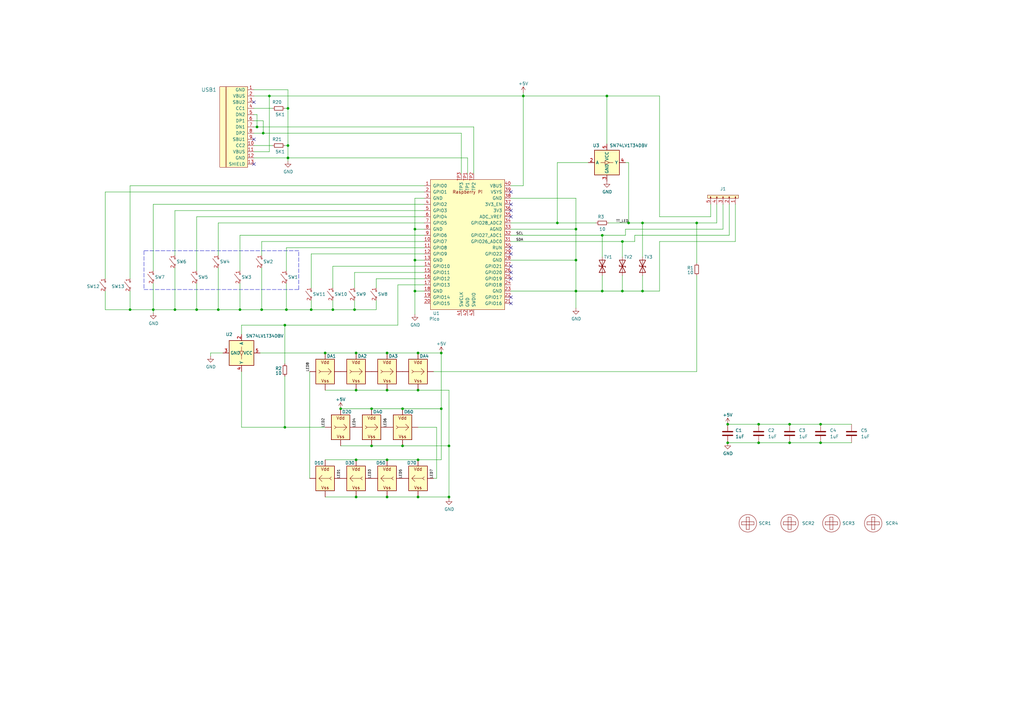
<source format=kicad_sch>
(kicad_sch (version 20211123) (generator eeschema)
  (paper "A3")
  (lib_symbols
    (symbol "Device:C" (pin_numbers hide) (pin_names (offset 0.254))
      (property "Reference" "C" (at 0.635 2.54 0))
      (property "Value" "C" (at 0.635 -2.54 0))
      (symbol "C_0_1"
        (polyline (pts (xy -2.032 -0.762) (xy 2.032 -0.762)) (stroke (width 0.508)))
        (polyline (pts (xy -2.032 0.762) (xy 2.032 0.762)) (stroke (width 0.508)))
      )
      (symbol "C_1_1"
        (pin passive line (at 0 3.81 270) (length 2.794) (name "~") (number "1"))
        (pin passive line (at 0 -3.81 90) (length 2.794) (name "~") (number "2"))
      )
    )
    (symbol "Device:D_TVS" (pin_numbers hide) (pin_names (offset 1.016) hide)
      (property "Reference" "D" (at 0 2.54 0))
      (property "Value" "D_TVS" (at 0 -2.54 0))
      (symbol "D_TVS_0_1"
        (polyline (pts (xy 1.27 0) (xy -1.27 0)))
        (polyline (pts (xy 0.508 1.27) (xy 0 1.27) (xy 0 -1.27) (xy -0.508 -1.27)) (stroke (width 0.254)))
        (polyline (pts (xy -2.54 1.27) (xy -2.54 -1.27) (xy 2.54 1.27) (xy 2.54 -1.27) (xy -2.54 1.27)) (stroke (width 0.254)))
      )
      (symbol "D_TVS_1_1"
        (pin passive line (at -3.81 0 0) (length 2.54) (name "A1") (number "1"))
        (pin passive line (at 3.81 0 180) (length 2.54) (name "A2") (number "2"))
      )
    )
    (symbol "Device:R_Small" (pin_numbers hide) (pin_names (offset 0.254) hide)
      (property "Reference" "R" (at 0.762 0.508 0))
      (property "Value" "R_Small" (at 0.762 -1.016 0))
      (symbol "R_Small_0_1"
        (rectangle (start -0.762 1.778) (end 0.762 -1.778) (stroke (width 0.2032)))
      )
      (symbol "R_Small_1_1"
        (pin passive line (at 0 2.54 270) (length 0.762) (name "~") (number "1"))
        (pin passive line (at 0 -2.54 90) (length 0.762) (name "~") (number "2"))
      )
    )
    (symbol "Logic_LevelTranslator:SN74LV1T34DBV"
      (property "Reference" "U" (at 5.08 6.35 0))
      (property "Value" "SN74LV1T34DBV" (at 5.08 3.81 0))
      (symbol "SN74LV1T34DBV_0_1"
        (rectangle (start -5.08 5.08) (end 5.08 -5.08) (stroke (width 0.254)) (fill (type background)))
        (polyline (pts (xy -0.762 0) (xy -2.54 0)))
        (polyline (pts (xy 1.016 0) (xy 2.54 0)))
      )
      (symbol "SN74LV1T34DBV_1_1"
        (polyline (pts (xy -0.762 -0.762) (xy -0.762 0.762) (xy 1.016 0) (xy -0.762 -0.762)))
        (pin no_connect line (at -5.08 2.54 0) (length 2.54) hide (name "NC") (number "1"))
        (pin input line (at -7.62 0 0) (length 2.54) (name "A") (number "2"))
        (pin power_in line (at 0 -7.62 90) (length 2.54) (name "GND") (number "3"))
        (pin output line (at 7.62 0 180) (length 2.54) (name "Y") (number "4"))
        (pin power_in line (at 0 7.62 270) (length 2.54) (name "VCC") (number "5"))
      )
    )
    (symbol "MCU_RaspberryPi_and_Boards:Pico" (pin_names (offset 1.016))
      (property "Reference" "U" (at -13.97 27.94 0))
      (property "Value" "Pico" (at 0 19.05 0))
      (symbol "Pico_0_0"
        (text "Raspberry Pi" (at 0 21.59 0) (effects (font (size 1.27 1.27))))
      )
      (symbol "Pico_0_1"
        (rectangle (start -15.24 26.67) (end 15.24 -26.67) (fill (type background)))
      )
      (symbol "Pico_1_1"
        (pin bidirectional line (at -17.78 24.13 0) (length 2.54) (name "GPIO0") (number "1"))
        (pin bidirectional line (at -17.78 1.27 0) (length 2.54) (name "GPIO7") (number "10"))
        (pin bidirectional line (at -17.78 -1.27 0) (length 2.54) (name "GPIO8") (number "11"))
        (pin bidirectional line (at -17.78 -3.81 0) (length 2.54) (name "GPIO9") (number "12"))
        (pin power_in line (at -17.78 -6.35 0) (length 2.54) (name "GND") (number "13"))
        (pin bidirectional line (at -17.78 -8.89 0) (length 2.54) (name "GPIO10") (number "14"))
        (pin bidirectional line (at -17.78 -11.43 0) (length 2.54) (name "GPIO11") (number "15"))
        (pin bidirectional line (at -17.78 -13.97 0) (length 2.54) (name "GPIO12") (number "16"))
        (pin bidirectional line (at -17.78 -16.51 0) (length 2.54) (name "GPIO13") (number "17"))
        (pin power_in line (at -17.78 -19.05 0) (length 2.54) (name "GND") (number "18"))
        (pin bidirectional line (at -17.78 -21.59 0) (length 2.54) (name "GPIO14") (number "19"))
        (pin bidirectional line (at -17.78 21.59 0) (length 2.54) (name "GPIO1") (number "2"))
        (pin bidirectional line (at -17.78 -24.13 0) (length 2.54) (name "GPIO15") (number "20"))
        (pin bidirectional line (at 17.78 -24.13 180) (length 2.54) (name "GPIO16") (number "21"))
        (pin bidirectional line (at 17.78 -21.59 180) (length 2.54) (name "GPIO17") (number "22"))
        (pin power_in line (at 17.78 -19.05 180) (length 2.54) (name "GND") (number "23"))
        (pin bidirectional line (at 17.78 -16.51 180) (length 2.54) (name "GPIO18") (number "24"))
        (pin bidirectional line (at 17.78 -13.97 180) (length 2.54) (name "GPIO19") (number "25"))
        (pin bidirectional line (at 17.78 -11.43 180) (length 2.54) (name "GPIO20") (number "26"))
        (pin bidirectional line (at 17.78 -8.89 180) (length 2.54) (name "GPIO21") (number "27"))
        (pin power_in line (at 17.78 -6.35 180) (length 2.54) (name "GND") (number "28"))
        (pin bidirectional line (at 17.78 -3.81 180) (length 2.54) (name "GPIO22") (number "29"))
        (pin power_in line (at -17.78 19.05 0) (length 2.54) (name "GND") (number "3"))
        (pin input line (at 17.78 -1.27 180) (length 2.54) (name "RUN") (number "30"))
        (pin bidirectional line (at 17.78 1.27 180) (length 2.54) (name "GPIO26_ADC0") (number "31"))
        (pin bidirectional line (at 17.78 3.81 180) (length 2.54) (name "GPIO27_ADC1") (number "32"))
        (pin power_in line (at 17.78 6.35 180) (length 2.54) (name "AGND") (number "33"))
        (pin bidirectional line (at 17.78 8.89 180) (length 2.54) (name "GPIO28_ADC2") (number "34"))
        (pin unspecified line (at 17.78 11.43 180) (length 2.54) (name "ADC_VREF") (number "35"))
        (pin unspecified line (at 17.78 13.97 180) (length 2.54) (name "3V3") (number "36"))
        (pin input line (at 17.78 16.51 180) (length 2.54) (name "3V3_EN") (number "37"))
        (pin bidirectional line (at 17.78 19.05 180) (length 2.54) (name "GND") (number "38"))
        (pin unspecified line (at 17.78 21.59 180) (length 2.54) (name "VSYS") (number "39"))
        (pin bidirectional line (at -17.78 16.51 0) (length 2.54) (name "GPIO2") (number "4"))
        (pin unspecified line (at 17.78 24.13 180) (length 2.54) (name "VBUS") (number "40"))
        (pin input line (at -2.54 -29.21 90) (length 2.54) (name "SWCLK") (number "41"))
        (pin power_in line (at 0 -29.21 90) (length 2.54) (name "GND") (number "42"))
        (pin bidirectional line (at 2.54 -29.21 90) (length 2.54) (name "SWDIO") (number "43"))
        (pin bidirectional line (at -17.78 13.97 0) (length 2.54) (name "GPIO3") (number "5"))
        (pin bidirectional line (at -17.78 11.43 0) (length 2.54) (name "GPIO4") (number "6"))
        (pin bidirectional line (at -17.78 8.89 0) (length 2.54) (name "GPIO5") (number "7"))
        (pin power_in line (at -17.78 6.35 0) (length 2.54) (name "GND") (number "8"))
        (pin bidirectional line (at -17.78 3.81 0) (length 2.54) (name "GPIO6") (number "9"))
        (pin unspecified line (at 0 29.21 270) (length 2.54) (name "TP1") (number "TP1"))
        (pin bidirectional line (at 2.54 29.21 270) (length 2.54) (name "TP2") (number "TP2"))
        (pin bidirectional line (at -2.54 29.21 270) (length 2.54) (name "TP3") (number "TP3"))
      )
    )
    (symbol "Type-C:HRO-TYPE-C-31-M-12" (pin_names (offset 1.016))
      (property "Reference" "USB" (at -5.08 16.51 0))
      (property "Value" "HRO-TYPE-C-31-M-12" (at -10.16 -1.27 90))
      (symbol "HRO-TYPE-C-31-M-12_0_1"
        (rectangle (start -11.43 15.24) (end -8.89 -17.78) (fill (type background)))
        (rectangle (start 0 -17.78) (end -8.89 15.24) (fill (type background)))
      )
      (symbol "HRO-TYPE-C-31-M-12_1_1"
        (pin input line (at 2.54 13.97 180) (length 2.54) (name "GND") (number "1"))
        (pin input line (at 2.54 -8.89 180) (length 2.54) (name "CC2") (number "10"))
        (pin input line (at 2.54 -11.43 180) (length 2.54) (name "VBUS") (number "11"))
        (pin input line (at 2.54 -13.97 180) (length 2.54) (name "GND") (number "12"))
        (pin input line (at 2.54 -16.51 180) (length 2.54) (name "SHIELD") (number "13"))
        (pin input line (at 2.54 11.43 180) (length 2.54) (name "VBUS") (number "2"))
        (pin input line (at 2.54 8.89 180) (length 2.54) (name "SBU2") (number "3"))
        (pin input line (at 2.54 6.35 180) (length 2.54) (name "CC1") (number "4"))
        (pin input line (at 2.54 3.81 180) (length 2.54) (name "DN2") (number "5"))
        (pin input line (at 2.54 1.27 180) (length 2.54) (name "DP1") (number "6"))
        (pin input line (at 2.54 -1.27 180) (length 2.54) (name "DN1") (number "7"))
        (pin input line (at 2.54 -3.81 180) (length 2.54) (name "DP2") (number "8"))
        (pin input line (at 2.54 -6.35 180) (length 2.54) (name "SBU1") (number "9"))
      )
    )
    (symbol "WS2812B_Unified_10" (pin_numbers hide) (pin_names (offset 0.254) hide)
      (property "Reference" "D" (at 3.81 6.35 0))
      (property "Value" "WS2812B_Unified_10" (at 1.27 -5.715 0))
      (symbol "WS2812B_Unified_10_0_0"
        (polyline (pts (xy -1.905 0) (xy 2.54 0) (xy 1.27 1.27)))
        (text "Vdd" (at 0 3.81 0) (effects (font (size 1.27 1.27))))
        (text "Vss" (at 0 -3.81 0) (effects (font (size 1.27 1.27))))
      )
      (symbol "WS2812B_Unified_10_0_1"
        (rectangle (start -3.81 5.08) (end 3.81 -5.08) (stroke (width 0.254)) (fill (type background)))
        (polyline (pts (xy 1.27 -1.27) (xy 2.54 0)))
        (polyline (pts (xy -2.54 0.635) (xy -1.905 0) (xy -2.54 -0.635)))
      )
      (symbol "WS2812B_Unified_10_1_1"
        (pin power_in line (at 0 -7.62 90) (length 2.54) (name "VSS") (number "G"))
        (pin input line (at -6.35 0 0) (length 2.54) (name "In") (number "I"))
        (pin output line (at 6.35 0 180) (length 2.54) (name "Out") (number "O"))
        (pin power_in line (at 0 7.62 270) (length 2.54) (name "VDD") (number "V"))
      )
    )
    (symbol "WS2812B_Unified_2" (pin_numbers hide) (pin_names (offset 0.254) hide)
      (property "Reference" "D" (at 3.81 6.35 0))
      (property "Value" "WS2812B_Unified_2" (at 1.27 -5.715 0))
      (symbol "WS2812B_Unified_2_0_0"
        (polyline (pts (xy -1.905 0) (xy 2.54 0) (xy 1.27 1.27)))
        (text "Vdd" (at 0 3.81 0) (effects (font (size 1.27 1.27))))
        (text "Vss" (at 0 -3.81 0) (effects (font (size 1.27 1.27))))
      )
      (symbol "WS2812B_Unified_2_0_1"
        (rectangle (start -3.81 5.08) (end 3.81 -5.08) (stroke (width 0.254)) (fill (type background)))
        (polyline (pts (xy 1.27 -1.27) (xy 2.54 0)))
        (polyline (pts (xy -2.54 0.635) (xy -1.905 0) (xy -2.54 -0.635)))
      )
      (symbol "WS2812B_Unified_2_1_1"
        (pin power_in line (at 0 -7.62 90) (length 2.54) (name "VSS") (number "G"))
        (pin input line (at -6.35 0 0) (length 2.54) (name "In") (number "I"))
        (pin output line (at 6.35 0 180) (length 2.54) (name "Out") (number "O"))
        (pin power_in line (at 0 7.62 270) (length 2.54) (name "VDD") (number "V"))
      )
    )
    (symbol "WS2812B_Unified_3" (pin_numbers hide) (pin_names (offset 0.254) hide)
      (property "Reference" "D" (at 3.81 6.35 0))
      (property "Value" "WS2812B_Unified_3" (at 1.27 -5.715 0))
      (symbol "WS2812B_Unified_3_0_0"
        (polyline (pts (xy -1.905 0) (xy 2.54 0) (xy 1.27 1.27)))
        (text "Vdd" (at 0 3.81 0) (effects (font (size 1.27 1.27))))
        (text "Vss" (at 0 -3.81 0) (effects (font (size 1.27 1.27))))
      )
      (symbol "WS2812B_Unified_3_0_1"
        (rectangle (start -3.81 5.08) (end 3.81 -5.08) (stroke (width 0.254)) (fill (type background)))
        (polyline (pts (xy 1.27 -1.27) (xy 2.54 0)))
        (polyline (pts (xy -2.54 0.635) (xy -1.905 0) (xy -2.54 -0.635)))
      )
      (symbol "WS2812B_Unified_3_1_1"
        (pin power_in line (at 0 -7.62 90) (length 2.54) (name "VSS") (number "G"))
        (pin input line (at -6.35 0 0) (length 2.54) (name "In") (number "I"))
        (pin output line (at 6.35 0 180) (length 2.54) (name "Out") (number "O"))
        (pin power_in line (at 0 7.62 270) (length 2.54) (name "VDD") (number "V"))
      )
    )
    (symbol "WS2812B_Unified_4" (pin_numbers hide) (pin_names (offset 0.254) hide)
      (property "Reference" "D" (at 3.81 6.35 0))
      (property "Value" "WS2812B_Unified_4" (at 1.27 -5.715 0))
      (symbol "WS2812B_Unified_4_0_0"
        (polyline (pts (xy -1.905 0) (xy 2.54 0) (xy 1.27 1.27)))
        (text "Vdd" (at 0 3.81 0) (effects (font (size 1.27 1.27))))
        (text "Vss" (at 0 -3.81 0) (effects (font (size 1.27 1.27))))
      )
      (symbol "WS2812B_Unified_4_0_1"
        (rectangle (start -3.81 5.08) (end 3.81 -5.08) (stroke (width 0.254)) (fill (type background)))
        (polyline (pts (xy 1.27 -1.27) (xy 2.54 0)))
        (polyline (pts (xy -2.54 0.635) (xy -1.905 0) (xy -2.54 -0.635)))
      )
      (symbol "WS2812B_Unified_4_1_1"
        (pin power_in line (at 0 -7.62 90) (length 2.54) (name "VSS") (number "G"))
        (pin input line (at -6.35 0 0) (length 2.54) (name "In") (number "I"))
        (pin output line (at 6.35 0 180) (length 2.54) (name "Out") (number "O"))
        (pin power_in line (at 0 7.62 270) (length 2.54) (name "VDD") (number "V"))
      )
    )
    (symbol "WS2812B_Unified_5" (pin_numbers hide) (pin_names (offset 0.254) hide)
      (property "Reference" "D" (at 3.81 6.35 0))
      (property "Value" "WS2812B_Unified_5" (at 1.27 -5.715 0))
      (symbol "WS2812B_Unified_5_0_0"
        (polyline (pts (xy -1.905 0) (xy 2.54 0) (xy 1.27 1.27)))
        (text "Vdd" (at 0 3.81 0) (effects (font (size 1.27 1.27))))
        (text "Vss" (at 0 -3.81 0) (effects (font (size 1.27 1.27))))
      )
      (symbol "WS2812B_Unified_5_0_1"
        (rectangle (start -3.81 5.08) (end 3.81 -5.08) (stroke (width 0.254)) (fill (type background)))
        (polyline (pts (xy 1.27 -1.27) (xy 2.54 0)))
        (polyline (pts (xy -2.54 0.635) (xy -1.905 0) (xy -2.54 -0.635)))
      )
      (symbol "WS2812B_Unified_5_1_1"
        (pin power_in line (at 0 -7.62 90) (length 2.54) (name "VSS") (number "G"))
        (pin input line (at -6.35 0 0) (length 2.54) (name "In") (number "I"))
        (pin output line (at 6.35 0 180) (length 2.54) (name "Out") (number "O"))
        (pin power_in line (at 0 7.62 270) (length 2.54) (name "VDD") (number "V"))
      )
    )
    (symbol "WS2812B_Unified_6" (pin_numbers hide) (pin_names (offset 0.254) hide)
      (property "Reference" "D" (at 3.81 6.35 0))
      (property "Value" "WS2812B_Unified_6" (at 1.27 -5.715 0))
      (symbol "WS2812B_Unified_6_0_0"
        (polyline (pts (xy -1.905 0) (xy 2.54 0) (xy 1.27 1.27)))
        (text "Vdd" (at 0 3.81 0) (effects (font (size 1.27 1.27))))
        (text "Vss" (at 0 -3.81 0) (effects (font (size 1.27 1.27))))
      )
      (symbol "WS2812B_Unified_6_0_1"
        (rectangle (start -3.81 5.08) (end 3.81 -5.08) (stroke (width 0.254)) (fill (type background)))
        (polyline (pts (xy 1.27 -1.27) (xy 2.54 0)))
        (polyline (pts (xy -2.54 0.635) (xy -1.905 0) (xy -2.54 -0.635)))
      )
      (symbol "WS2812B_Unified_6_1_1"
        (pin power_in line (at 0 -7.62 90) (length 2.54) (name "VSS") (number "G"))
        (pin input line (at -6.35 0 0) (length 2.54) (name "In") (number "I"))
        (pin output line (at 6.35 0 180) (length 2.54) (name "Out") (number "O"))
        (pin power_in line (at 0 7.62 270) (length 2.54) (name "VDD") (number "V"))
      )
    )
    (symbol "WS2812B_Unified_7" (pin_numbers hide) (pin_names (offset 0.254) hide)
      (property "Reference" "D" (at 3.81 6.35 0))
      (property "Value" "WS2812B_Unified_7" (at 1.27 -5.715 0))
      (symbol "WS2812B_Unified_7_0_0"
        (polyline (pts (xy -1.905 0) (xy 2.54 0) (xy 1.27 1.27)))
        (text "Vdd" (at 0 3.81 0) (effects (font (size 1.27 1.27))))
        (text "Vss" (at 0 -3.81 0) (effects (font (size 1.27 1.27))))
      )
      (symbol "WS2812B_Unified_7_0_1"
        (rectangle (start -3.81 5.08) (end 3.81 -5.08) (stroke (width 0.254)) (fill (type background)))
        (polyline (pts (xy 1.27 -1.27) (xy 2.54 0)))
        (polyline (pts (xy -2.54 0.635) (xy -1.905 0) (xy -2.54 -0.635)))
      )
      (symbol "WS2812B_Unified_7_1_1"
        (pin power_in line (at 0 -7.62 90) (length 2.54) (name "VSS") (number "G"))
        (pin input line (at -6.35 0 0) (length 2.54) (name "In") (number "I"))
        (pin output line (at 6.35 0 180) (length 2.54) (name "Out") (number "O"))
        (pin power_in line (at 0 7.62 270) (length 2.54) (name "VDD") (number "V"))
      )
    )
    (symbol "WS2812B_Unified_8" (pin_numbers hide) (pin_names (offset 0.254) hide)
      (property "Reference" "D" (at 3.81 6.35 0))
      (property "Value" "WS2812B_Unified_8" (at 1.27 -5.715 0))
      (symbol "WS2812B_Unified_8_0_0"
        (polyline (pts (xy -1.905 0) (xy 2.54 0) (xy 1.27 1.27)))
        (text "Vdd" (at 0 3.81 0) (effects (font (size 1.27 1.27))))
        (text "Vss" (at 0 -3.81 0) (effects (font (size 1.27 1.27))))
      )
      (symbol "WS2812B_Unified_8_0_1"
        (rectangle (start -3.81 5.08) (end 3.81 -5.08) (stroke (width 0.254)) (fill (type background)))
        (polyline (pts (xy 1.27 -1.27) (xy 2.54 0)))
        (polyline (pts (xy -2.54 0.635) (xy -1.905 0) (xy -2.54 -0.635)))
      )
      (symbol "WS2812B_Unified_8_1_1"
        (pin power_in line (at 0 -7.62 90) (length 2.54) (name "VSS") (number "G"))
        (pin input line (at -6.35 0 0) (length 2.54) (name "In") (number "I"))
        (pin output line (at 6.35 0 180) (length 2.54) (name "Out") (number "O"))
        (pin power_in line (at 0 7.62 270) (length 2.54) (name "VDD") (number "V"))
      )
    )
    (symbol "WS2812B_Unified_9" (pin_numbers hide) (pin_names (offset 0.254) hide)
      (property "Reference" "D" (at 3.81 6.35 0))
      (property "Value" "WS2812B_Unified_9" (at 1.27 -5.715 0))
      (symbol "WS2812B_Unified_9_0_0"
        (polyline (pts (xy -1.905 0) (xy 2.54 0) (xy 1.27 1.27)))
        (text "Vdd" (at 0 3.81 0) (effects (font (size 1.27 1.27))))
        (text "Vss" (at 0 -3.81 0) (effects (font (size 1.27 1.27))))
      )
      (symbol "WS2812B_Unified_9_0_1"
        (rectangle (start -3.81 5.08) (end 3.81 -5.08) (stroke (width 0.254)) (fill (type background)))
        (polyline (pts (xy 1.27 -1.27) (xy 2.54 0)))
        (polyline (pts (xy -2.54 0.635) (xy -1.905 0) (xy -2.54 -0.635)))
      )
      (symbol "WS2812B_Unified_9_1_1"
        (pin power_in line (at 0 -7.62 90) (length 2.54) (name "VSS") (number "G"))
        (pin input line (at -6.35 0 0) (length 2.54) (name "In") (number "I"))
        (pin output line (at 6.35 0 180) (length 2.54) (name "Out") (number "O"))
        (pin power_in line (at 0 7.62 270) (length 2.54) (name "VDD") (number "V"))
      )
    )
    (symbol "agg:CONN_01x05" (pin_names (offset 0.0254) hide)
      (property "Reference" "J" (at -1.27 2.54 0))
      (property "Value" "CONN_01x05" (at -1.27 -12.7 0))
      (symbol "CONN_01x05_0_1"
        (rectangle (start 0 -10.033) (end -0.635 -10.287) (fill (type outline)))
        (rectangle (start 0 -7.493) (end -0.635 -7.747) (fill (type outline)))
        (rectangle (start 0 -4.953) (end -0.635 -5.207) (fill (type outline)))
        (rectangle (start 0 -2.413) (end -0.635 -2.667) (fill (type outline)))
        (rectangle (start 0 0.127) (end -0.635 -0.127) (fill (type outline)))
        (rectangle (start 0 1.27) (end -1.27 -11.43) (fill (type background)))
      )
      (symbol "CONN_01x05_1_1"
        (pin passive line (at 2.54 0 180) (length 2.54) (name "1") (number "1"))
        (pin passive line (at 2.54 -2.54 180) (length 2.54) (name "2") (number "2"))
        (pin passive line (at 2.54 -5.08 180) (length 2.54) (name "3") (number "3"))
        (pin passive line (at 2.54 -7.62 180) (length 2.54) (name "4") (number "4"))
        (pin passive line (at 2.54 -10.16 180) (length 2.54) (name "5") (number "5"))
      )
    )
    (symbol "agg:SWITCH_SPST" (pin_names (offset 0.0254) hide)
      (property "Reference" "SW" (at 0 3.81 0))
      (property "Value" "SWITCH_SPST" (at 0 -2.54 0))
      (symbol "SWITCH_SPST_1_1"
        (circle (center -1.27 0) (radius 0.254))
        (polyline (pts (xy -1.27 0.254) (xy 1.27 2.286)))
        (circle (center 1.27 0) (radius 0.254))
        (pin passive line (at 2.54 0 180) (length 1.016) (name "\"~{\"}") (number "1"))
        (pin passive line (at -2.54 0 0) (length 1.016) (name "\"~{\"}") (number "2"))
      )
    )
    (symbol "iidx_pico:ScrewHole" (pin_names (offset 0) hide)
      (property "Reference" "SCR?" (at 0.635 -5.715 0))
      (symbol "ScrewHole_0_1"
        (rectangle (start -2.54 0.635) (end 2.54 -0.635))
        (rectangle (start -0.635 2.54) (end 0.635 -2.54))
        (circle (center 0 0) (radius 3.5921))
      )
    )
    (symbol "iidx_pico:WS2812B_Unified" (pin_numbers hide) (pin_names (offset 0.254) hide)
      (property "Reference" "D" (at 3.81 6.35 0))
      (property "Value" "WS2812B_Unified" (at 1.27 -5.715 0))
      (symbol "WS2812B_Unified_0_0"
        (polyline (pts (xy -1.905 0) (xy 2.54 0) (xy 1.27 1.27)))
        (text "Vdd" (at 0 3.81 0) (effects (font (size 1.27 1.27))))
        (text "Vss" (at 0 -3.81 0) (effects (font (size 1.27 1.27))))
      )
      (symbol "WS2812B_Unified_0_1"
        (rectangle (start -3.81 5.08) (end 3.81 -5.08) (stroke (width 0.254)) (fill (type background)))
        (polyline (pts (xy 1.27 -1.27) (xy 2.54 0)))
        (polyline (pts (xy -2.54 0.635) (xy -1.905 0) (xy -2.54 -0.635)))
      )
      (symbol "WS2812B_Unified_1_1"
        (pin power_in line (at 0 -7.62 90) (length 2.54) (name "VSS") (number "G"))
        (pin input line (at -6.35 0 0) (length 2.54) (name "In") (number "I"))
        (pin output line (at 6.35 0 180) (length 2.54) (name "Out") (number "O"))
        (pin power_in line (at 0 7.62 270) (length 2.54) (name "VDD") (number "V"))
      )
    )
    (symbol "power:+5V" (power) (pin_names (offset 0))
      (property "Value" "+5V" (at 0 3.556 0))
      (symbol "+5V_0_1"
        (polyline (pts (xy -0.762 1.27) (xy 0 2.54)))
        (polyline (pts (xy 0 0) (xy 0 2.54)))
        (polyline (pts (xy 0 2.54) (xy 0.762 1.27)))
      )
      (symbol "+5V_1_1"
        (pin power_in line (at 0 0 90) (length 0) hide (name "+5V") (number "1"))
      )
    )
    (symbol "power:GND" (power) (pin_names (offset 0))
      (property "Value" "GND" (at 0 -3.81 0))
      (symbol "GND_0_1"
        (polyline (pts (xy 0 0) (xy 0 -1.27) (xy 1.27 -1.27) (xy 0 -2.54) (xy -1.27 -1.27) (xy 0 -1.27)))
      )
      (symbol "GND_1_1"
        (pin power_in line (at 0 0 270) (length 0) hide (name "GND") (number "1"))
      )
    )
  )
  (junction (at 127.635 127))
  (junction (at 107.95 54.61))
  (junction (at 214.63 39.37))
  (junction (at 247.015 119.38))
  (junction (at 98.425 127))
  (junction (at 184.15 203.835))
  (junction (at 146.05 160.02))
  (junction (at 146.05 203.835))
  (junction (at 171.45 203.835))
  (junction (at 247.015 96.52))
  (junction (at 158.75 188.595))
  (junction (at 323.85 173.99))
  (junction (at 71.755 127))
  (junction (at 298.45 181.61))
  (junction (at 158.75 144.78))
  (junction (at 180.975 144.78))
  (junction (at 107.315 127))
  (junction (at 139.7 167.64))
  (junction (at 323.85 181.61))
  (junction (at 171.45 188.595))
  (junction (at 158.75 160.02))
  (junction (at 152.4 167.64))
  (junction (at 62.865 127))
  (junction (at 116.84 175.26))
  (junction (at 170.18 119.38))
  (junction (at 110.49 39.37))
  (junction (at 117.475 127))
  (junction (at 248.92 39.37))
  (junction (at 118.11 64.77))
  (junction (at 255.27 119.38))
  (junction (at 53.34 127))
  (junction (at 255.27 99.06))
  (junction (at 145.415 127))
  (junction (at 298.45 173.99))
  (junction (at 311.15 173.99))
  (junction (at 116.84 133.35))
  (junction (at 285.75 91.44))
  (junction (at 89.535 127))
  (junction (at 257.81 91.44))
  (junction (at 80.645 127))
  (junction (at 165.1 182.88))
  (junction (at 152.4 182.88))
  (junction (at 336.55 173.99))
  (junction (at 263.525 119.38))
  (junction (at 118.11 59.69))
  (junction (at 170.18 106.68))
  (junction (at 118.11 44.45))
  (junction (at 136.525 127))
  (junction (at 165.1 167.64))
  (junction (at 158.75 203.835))
  (junction (at 146.05 188.595))
  (junction (at 180.975 167.64))
  (junction (at 311.15 181.61))
  (junction (at 170.18 93.98))
  (junction (at 133.35 144.78))
  (junction (at 336.55 181.61))
  (junction (at 146.05 144.78))
  (junction (at 228.6 91.44))
  (junction (at 171.45 144.78))
  (junction (at 263.525 91.44))
  (junction (at 236.22 106.68))
  (junction (at 236.22 93.98))
  (junction (at 184.15 182.88))
  (junction (at 105.41 52.07))
  (junction (at 171.45 160.02))
  (junction (at 236.22 119.38))
  (no_connect (at 104.14 67.31))
  (no_connect (at 104.14 41.91))
  (no_connect (at 104.14 57.15))
  (no_connect (at 209.55 101.6))
  (no_connect (at 209.55 104.14))
  (no_connect (at 209.55 109.22))
  (no_connect (at 209.55 111.76))
  (no_connect (at 209.55 114.3))
  (no_connect (at 209.55 78.74))
  (no_connect (at 209.55 83.82))
  (no_connect (at 209.55 86.36))
  (no_connect (at 209.55 88.9))
  (no_connect (at 209.55 121.92))
  (no_connect (at 209.55 124.46))
  (polyline (pts (xy 59.055 102.87) (xy 59.055 118.745)))
  (wire (pts (xy 257.81 91.44) (xy 263.525 91.44)))
  (wire (pts (xy 336.55 173.99) (xy 349.25 173.99)))
  (wire (pts (xy 118.11 36.83) (xy 118.11 44.45)))
  (wire (pts (xy 98.425 127) (xy 89.535 127)))
  (wire (pts (xy 170.18 81.28) (xy 170.18 93.98)))
  (wire (pts (xy 99.06 133.35) (xy 99.06 137.16)))
  (wire (pts (xy 336.55 181.61) (xy 349.25 181.61)))
  (wire (pts (xy 146.05 144.78) (xy 158.75 144.78)))
  (wire (pts (xy 133.35 160.02) (xy 146.05 160.02)))
  (wire (pts (xy 263.525 91.44) (xy 285.75 91.44)))
  (wire (pts (xy 209.55 119.38) (xy 236.22 119.38)))
  (wire (pts (xy 173.99 91.44) (xy 89.535 91.44)))
  (wire (pts (xy 116.84 133.35) (xy 163.195 133.35)))
  (wire (pts (xy 98.425 116.205) (xy 98.425 127)))
  (wire (pts (xy 107.315 109.855) (xy 107.315 127)))
  (wire (pts (xy 180.975 144.78) (xy 180.975 167.64)))
  (wire (pts (xy 53.34 119.38) (xy 53.34 127)))
  (wire (pts (xy 104.14 52.07) (xy 105.41 52.07)))
  (wire (pts (xy 247.015 96.52) (xy 256.54 96.52)))
  (wire (pts (xy 110.49 62.23) (xy 110.49 39.37)))
  (wire (pts (xy 260.35 96.52) (xy 260.35 99.06)))
  (wire (pts (xy 236.22 81.28) (xy 236.22 93.98)))
  (wire (pts (xy 179.07 175.26) (xy 179.07 196.215)))
  (polyline (pts (xy 122.555 102.87) (xy 59.055 102.87)))
  (wire (pts (xy 180.975 167.64) (xy 180.975 188.595)))
  (wire (pts (xy 117.475 116.205) (xy 117.475 127)))
  (wire (pts (xy 257.81 66.675) (xy 257.81 91.44)))
  (wire (pts (xy 173.99 96.52) (xy 98.425 96.52)))
  (wire (pts (xy 98.425 96.52) (xy 98.425 111.125)))
  (wire (pts (xy 255.27 99.06) (xy 260.35 99.06)))
  (wire (pts (xy 255.27 113.03) (xy 255.27 119.38)))
  (wire (pts (xy 146.05 160.02) (xy 158.75 160.02)))
  (wire (pts (xy 189.23 54.61) (xy 107.95 54.61)))
  (wire (pts (xy 171.45 203.835) (xy 184.15 203.835)))
  (wire (pts (xy 173.99 99.06) (xy 107.315 99.06)))
  (wire (pts (xy 291.465 88.9) (xy 270.51 88.9)))
  (wire (pts (xy 263.525 113.03) (xy 263.525 119.38)))
  (wire (pts (xy 255.27 99.06) (xy 255.27 105.41)))
  (wire (pts (xy 228.6 66.675) (xy 241.3 66.675)))
  (wire (pts (xy 209.55 91.44) (xy 228.6 91.44)))
  (wire (pts (xy 171.45 160.02) (xy 184.15 160.02)))
  (polyline (pts (xy 59.055 118.745) (xy 122.555 118.745)))
  (wire (pts (xy 255.27 119.38) (xy 263.525 119.38)))
  (wire (pts (xy 173.99 109.22) (xy 136.525 109.22)))
  (wire (pts (xy 299.085 83.82) (xy 299.085 96.52)))
  (wire (pts (xy 170.18 93.98) (xy 170.18 106.68)))
  (wire (pts (xy 311.15 173.99) (xy 323.85 173.99)))
  (wire (pts (xy 62.865 83.82) (xy 62.865 111.125)))
  (wire (pts (xy 236.22 119.38) (xy 236.22 126.365)))
  (wire (pts (xy 173.99 78.74) (xy 43.18 78.74)))
  (wire (pts (xy 158.75 203.835) (xy 171.45 203.835)))
  (wire (pts (xy 171.45 144.78) (xy 180.975 144.78)))
  (wire (pts (xy 154.305 114.3) (xy 154.305 118.11)))
  (wire (pts (xy 62.865 116.205) (xy 62.865 127)))
  (wire (pts (xy 146.05 203.835) (xy 158.75 203.835)))
  (wire (pts (xy 248.92 59.055) (xy 248.92 39.37)))
  (wire (pts (xy 127.635 123.19) (xy 127.635 127)))
  (wire (pts (xy 105.41 46.99) (xy 105.41 52.07)))
  (wire (pts (xy 165.1 167.64) (xy 180.975 167.64)))
  (wire (pts (xy 194.31 52.07) (xy 105.41 52.07)))
  (wire (pts (xy 171.45 188.595) (xy 180.975 188.595)))
  (wire (pts (xy 256.54 93.98) (xy 296.545 93.98)))
  (wire (pts (xy 71.755 127) (xy 62.865 127)))
  (wire (pts (xy 107.315 99.06) (xy 107.315 104.775)))
  (wire (pts (xy 165.1 182.88) (xy 184.15 182.88)))
  (wire (pts (xy 184.15 203.835) (xy 184.15 204.47)))
  (wire (pts (xy 248.92 39.37) (xy 270.51 39.37)))
  (wire (pts (xy 323.85 181.61) (xy 336.55 181.61)))
  (wire (pts (xy 171.45 175.26) (xy 179.07 175.26)))
  (wire (pts (xy 104.14 64.77) (xy 118.11 64.77)))
  (wire (pts (xy 107.95 49.53) (xy 107.95 54.61)))
  (wire (pts (xy 301.625 99.06) (xy 301.625 83.82)))
  (wire (pts (xy 285.75 152.4) (xy 285.75 113.03)))
  (wire (pts (xy 236.22 119.38) (xy 247.015 119.38)))
  (wire (pts (xy 43.18 119.38) (xy 43.18 127)))
  (wire (pts (xy 194.31 71.12) (xy 194.31 52.07)))
  (wire (pts (xy 116.84 154.305) (xy 116.84 175.26)))
  (wire (pts (xy 228.6 91.44) (xy 244.475 91.44)))
  (wire (pts (xy 177.8 152.4) (xy 285.75 152.4)))
  (wire (pts (xy 71.755 109.855) (xy 71.755 127)))
  (wire (pts (xy 136.525 127) (xy 127.635 127)))
  (wire (pts (xy 136.525 109.22) (xy 136.525 118.11)))
  (wire (pts (xy 191.77 71.12) (xy 191.77 64.77)))
  (wire (pts (xy 173.99 88.9) (xy 80.645 88.9)))
  (wire (pts (xy 117.475 127) (xy 107.315 127)))
  (wire (pts (xy 43.18 127) (xy 53.34 127)))
  (wire (pts (xy 173.99 83.82) (xy 62.865 83.82)))
  (wire (pts (xy 296.545 83.82) (xy 296.545 93.98)))
  (wire (pts (xy 184.15 182.88) (xy 184.15 203.835)))
  (wire (pts (xy 139.7 167.64) (xy 152.4 167.64)))
  (wire (pts (xy 99.06 175.26) (xy 116.84 175.26)))
  (wire (pts (xy 106.68 144.78) (xy 133.35 144.78)))
  (wire (pts (xy 133.35 188.595) (xy 146.05 188.595)))
  (wire (pts (xy 104.14 62.23) (xy 110.49 62.23)))
  (wire (pts (xy 110.49 39.37) (xy 214.63 39.37)))
  (wire (pts (xy 117.475 101.6) (xy 117.475 111.125)))
  (wire (pts (xy 145.415 123.19) (xy 145.415 127)))
  (wire (pts (xy 104.14 54.61) (xy 107.95 54.61)))
  (wire (pts (xy 270.51 99.06) (xy 301.625 99.06)))
  (wire (pts (xy 291.465 83.82) (xy 291.465 88.9)))
  (wire (pts (xy 158.75 144.78) (xy 171.45 144.78)))
  (wire (pts (xy 173.99 104.14) (xy 127.635 104.14)))
  (wire (pts (xy 158.75 160.02) (xy 171.45 160.02)))
  (wire (pts (xy 173.99 86.36) (xy 71.755 86.36)))
  (polyline (pts (xy 122.555 118.745) (xy 122.555 102.87)))
  (wire (pts (xy 104.14 59.69) (xy 111.76 59.69)))
  (wire (pts (xy 80.645 88.9) (xy 80.645 111.125)))
  (wire (pts (xy 189.23 71.12) (xy 189.23 54.61)))
  (wire (pts (xy 170.18 106.68) (xy 170.18 119.38)))
  (wire (pts (xy 104.14 44.45) (xy 111.76 44.45)))
  (wire (pts (xy 256.54 96.52) (xy 256.54 93.98)))
  (wire (pts (xy 179.07 196.215) (xy 177.8 196.215)))
  (wire (pts (xy 118.11 59.69) (xy 116.84 59.69)))
  (wire (pts (xy 62.865 127) (xy 62.865 128.27)))
  (wire (pts (xy 191.77 64.77) (xy 118.11 64.77)))
  (wire (pts (xy 184.15 160.02) (xy 184.15 182.88)))
  (wire (pts (xy 89.535 127) (xy 80.645 127)))
  (wire (pts (xy 116.84 175.26) (xy 133.35 175.26)))
  (wire (pts (xy 104.14 36.83) (xy 118.11 36.83)))
  (wire (pts (xy 104.14 39.37) (xy 110.49 39.37)))
  (wire (pts (xy 323.85 173.99) (xy 336.55 173.99)))
  (wire (pts (xy 173.99 111.76) (xy 145.415 111.76)))
  (wire (pts (xy 127 152.4) (xy 127 196.215)))
  (wire (pts (xy 107.315 127) (xy 98.425 127)))
  (wire (pts (xy 173.99 81.28) (xy 170.18 81.28)))
  (wire (pts (xy 285.75 91.44) (xy 294.005 91.44)))
  (wire (pts (xy 170.18 119.38) (xy 173.99 119.38)))
  (wire (pts (xy 236.22 106.68) (xy 236.22 119.38)))
  (wire (pts (xy 270.51 99.06) (xy 270.51 119.38)))
  (wire (pts (xy 127.635 104.14) (xy 127.635 118.11)))
  (wire (pts (xy 249.555 91.44) (xy 257.81 91.44)))
  (wire (pts (xy 158.75 188.595) (xy 171.45 188.595)))
  (wire (pts (xy 71.755 86.36) (xy 71.755 104.775)))
  (wire (pts (xy 247.015 113.03) (xy 247.015 119.38)))
  (wire (pts (xy 91.44 144.78) (xy 86.36 144.78)))
  (wire (pts (xy 53.34 76.2) (xy 53.34 114.3)))
  (wire (pts (xy 247.015 96.52) (xy 247.015 105.41)))
  (wire (pts (xy 80.645 127) (xy 71.755 127)))
  (wire (pts (xy 89.535 91.44) (xy 89.535 104.775)))
  (wire (pts (xy 209.55 81.28) (xy 236.22 81.28)))
  (wire (pts (xy 154.305 127) (xy 145.415 127)))
  (wire (pts (xy 173.99 114.3) (xy 154.305 114.3)))
  (wire (pts (xy 247.015 119.38) (xy 255.27 119.38)))
  (wire (pts (xy 209.55 106.68) (xy 236.22 106.68)))
  (wire (pts (xy 209.55 96.52) (xy 247.015 96.52)))
  (wire (pts (xy 118.11 44.45) (xy 118.11 59.69)))
  (wire (pts (xy 285.75 107.95) (xy 285.75 91.44)))
  (wire (pts (xy 236.22 93.98) (xy 236.22 106.68)))
  (wire (pts (xy 136.525 123.19) (xy 136.525 127)))
  (wire (pts (xy 118.11 64.77) (xy 118.11 66.04)))
  (wire (pts (xy 311.15 181.61) (xy 323.85 181.61)))
  (wire (pts (xy 214.63 39.37) (xy 248.92 39.37)))
  (wire (pts (xy 145.415 111.76) (xy 145.415 118.11)))
  (wire (pts (xy 173.99 101.6) (xy 117.475 101.6)))
  (wire (pts (xy 53.34 127) (xy 62.865 127)))
  (wire (pts (xy 298.45 181.61) (xy 311.15 181.61)))
  (wire (pts (xy 86.36 144.78) (xy 86.36 146.05)))
  (wire (pts (xy 209.55 93.98) (xy 236.22 93.98)))
  (wire (pts (xy 163.195 116.84) (xy 163.195 133.35)))
  (wire (pts (xy 270.51 39.37) (xy 270.51 88.9)))
  (wire (pts (xy 209.55 99.06) (xy 255.27 99.06)))
  (wire (pts (xy 270.51 119.38) (xy 263.525 119.38)))
  (wire (pts (xy 228.6 91.44) (xy 228.6 66.675)))
  (wire (pts (xy 214.63 39.37) (xy 214.63 38.1)))
  (wire (pts (xy 139.7 182.88) (xy 152.4 182.88)))
  (wire (pts (xy 104.14 49.53) (xy 107.95 49.53)))
  (wire (pts (xy 118.11 59.69) (xy 118.11 64.77)))
  (wire (pts (xy 294.005 83.82) (xy 294.005 91.44)))
  (wire (pts (xy 99.06 152.4) (xy 99.06 175.26)))
  (wire (pts (xy 43.18 78.74) (xy 43.18 114.3)))
  (wire (pts (xy 89.535 109.855) (xy 89.535 127)))
  (wire (pts (xy 99.06 133.35) (xy 116.84 133.35)))
  (wire (pts (xy 173.99 116.84) (xy 163.195 116.84)))
  (wire (pts (xy 154.305 123.19) (xy 154.305 127)))
  (wire (pts (xy 256.54 66.675) (xy 257.81 66.675)))
  (wire (pts (xy 104.14 46.99) (xy 105.41 46.99)))
  (wire (pts (xy 170.18 93.98) (xy 173.99 93.98)))
  (wire (pts (xy 133.35 144.78) (xy 146.05 144.78)))
  (wire (pts (xy 152.4 167.64) (xy 165.1 167.64)))
  (wire (pts (xy 118.11 44.45) (xy 116.84 44.45)))
  (wire (pts (xy 209.55 76.2) (xy 214.63 76.2)))
  (wire (pts (xy 152.4 182.88) (xy 165.1 182.88)))
  (wire (pts (xy 173.99 76.2) (xy 53.34 76.2)))
  (wire (pts (xy 146.05 188.595) (xy 158.75 188.595)))
  (wire (pts (xy 214.63 39.37) (xy 214.63 76.2)))
  (wire (pts (xy 170.18 119.38) (xy 170.18 128.905)))
  (wire (pts (xy 127.635 127) (xy 117.475 127)))
  (wire (pts (xy 170.18 106.68) (xy 173.99 106.68)))
  (wire (pts (xy 260.35 96.52) (xy 299.085 96.52)))
  (wire (pts (xy 298.45 173.99) (xy 311.15 173.99)))
  (wire (pts (xy 145.415 127) (xy 136.525 127)))
  (wire (pts (xy 133.35 203.835) (xy 146.05 203.835)))
  (wire (pts (xy 263.525 91.44) (xy 263.525 105.41)))
  (wire (pts (xy 116.84 133.35) (xy 116.84 149.225)))
  (wire (pts (xy 80.645 116.205) (xy 80.645 127)))
  (label "LED6" (at 158.75 175.26 90) (effects (font (size 1 1))))
  (label "LED1" (at 139.7 196.215 90) (effects (font (size 1 1))))
  (label "LED4" (at 146.05 175.26 90) (effects (font (size 1 1))))
  (label "LED2" (at 133.35 175.26 90) (effects (font (size 1 1))))
  (label "SCL" (at 214.63 96.52 180) (effects (font (size 1 1))))
  (label "LED8" (at 127 152.4 90) (effects (font (size 1 1))))
  (label "LED7" (at 177.8 196.215 90) (effects (font (size 1 1))))
  (label "SDA" (at 214.63 99.06 180) (effects (font (size 1 1))))
  (label "TT_LED" (at 257.81 91.44 180) (effects (font (size 1 1))))
  (label "LED3" (at 152.4 196.215 90) (effects (font (size 1 1))))
  (label "LED5" (at 165.1 196.215 90) (effects (font (size 1 1))))
  (symbol (lib_id "MCU_RaspberryPi_and_Boards:Pico") (at 191.77 100.33 0) (unit 1)
    (property "Reference" "U1" (at 180.34 128.4986 0) (effects (justify right)))
    (property "Value" "Pico" (at 180.34 130.81 0) (effects (justify right)))
    (property "Footprint" "iidx_teeny:RPi_Pico_SMD_Pins" (effects hide))
  )
  (symbol (lib_id "Type-C:HRO-TYPE-C-31-M-12") (at 101.6 50.8 0) (unit 1)
    (property "Reference" "USB1" (at 82.55 36.83 0) (effects (font (size 1.524 1.524)) (justify left)))
    (property "Value" "U262-161N-4BVC11" (effects hide))
    (property "Footprint" "Type-C:HRO-TYPE-C-31-M-12-Assembly" (effects hide))
    (property "LCSC" "C319148" (effects hide))
  )
  (symbol (lib_id "power:GND") (at 118.11 66.04 0) (unit 1)
    (property "Reference" "#PWR0112" (effects hide))
    (property "Value" "GND" (at 118.237 70.4342 0))
  )
  (symbol (lib_id "power:+5V") (at 214.63 38.1 0) (unit 1)
    (property "Reference" "#PWR0114" (effects hide))
    (property "Value" "+5V" (at 214.63 34.29 0))
  )
  (symbol (lib_id "Device:R_Small") (at 114.3 59.69 90) (unit 1)
    (property "Reference" "R21" (at 115.57 57.15 90) (effects (justify left)))
    (property "Value" "5K1" (at 116.84 62.23 90) (effects (justify left)))
    (property "Footprint" "Resistor_SMD:R_0603_1608Metric" (effects hide))
    (property "LCSC" "C23186" (effects hide))
  )
  (symbol (lib_id "Device:R_Small") (at 114.3 44.45 90) (unit 1)
    (property "Reference" "R20" (at 115.57 41.91 90) (effects (justify left)))
    (property "Value" "5K1" (at 116.84 46.99 90) (effects (justify left)))
    (property "Footprint" "Resistor_SMD:R_0603_1608Metric" (effects hide))
    (property "LCSC" "C23186" (effects hide))
  )
  (symbol (lib_id "Device:R_Small") (at 116.84 151.765 180) (unit 1)
    (property "Reference" "R2" (at 115.57 151.13 0) (effects (justify left)))
    (property "Value" "10" (at 115.57 153.035 0) (effects (justify left)))
    (property "Footprint" "Resistor_SMD:R_0603_1608Metric" (effects hide))
    (property "LCSC" "C23186" (effects hide))
  )
  (symbol (lib_id "power:GND") (at 86.36 146.05 0) (unit 1)
    (property "Reference" "#PWR0118" (effects hide))
    (property "Value" "GND" (at 86.487 150.4442 0))
  )
  (symbol (lib_id "agg:SWITCH_SPST") (at 107.315 107.315 90) (unit 1)
    (property "Reference" "SW2" (at 107.95 107.315 90) (effects (justify right)))
    (property "Value" "SWITCH_SPST" (effects hide))
    (property "Footprint" "iidx_teeny:SW_Kailh_Choc_V1V2_1.00u_LED" (effects hide))
  )
  (symbol (lib_id "Device:C") (at 298.45 177.8 0) (unit 1)
    (property "Reference" "C1" (at 301.625 176.5299 0) (effects (justify left)))
    (property "Value" "1uF" (at 301.625 179.0699 0) (effects (justify left)))
    (property "Footprint" "Capacitor_SMD:C_0805_2012Metric" (effects hide))
  )
  (symbol (lib_id "Device:C") (at 336.55 177.8 0) (unit 1)
    (property "Reference" "C4" (at 340.36 176.5299 0) (effects (justify left)))
    (property "Value" "1uF" (at 340.36 179.0699 0) (effects (justify left)))
    (property "Footprint" "Capacitor_SMD:C_0805_2012Metric" (effects hide))
  )
  (symbol (lib_name "WS2812B_Unified_7") (lib_id "iidx_pico:WS2812B_Unified") (at 146.05 152.4 0) (unit 1)
    (property "Reference" "DA2" (at 148.59 146.05 0))
    (property "Value" "WS2812B_Unified" (effects hide))
    (property "Footprint" "iidx_pico:WS2812B-2835" (effects hide))
  )
  (symbol (lib_name "WS2812B_Unified_3") (lib_id "iidx_pico:WS2812B_Unified") (at 139.7 175.26 0) (unit 1)
    (property "Reference" "D20" (at 142.24 168.91 0))
    (property "Value" "WS2812B_Unified" (effects hide))
    (property "Footprint" "iidx_pico:WS2812B-2835" (effects hide))
  )
  (symbol (lib_name "WS2812B_Unified_8") (lib_id "iidx_pico:WS2812B_Unified") (at 133.35 152.4 0) (unit 1)
    (property "Reference" "DA1" (at 135.89 146.05 0))
    (property "Value" "WS2812B_Unified" (effects hide))
    (property "Footprint" "iidx_pico:WS2812B-2835" (effects hide))
  )
  (symbol (lib_id "power:+5V") (at 298.45 173.99 0) (unit 1)
    (property "Reference" "#PWR0113" (effects hide))
    (property "Value" "+5V" (at 298.45 170.18 0))
  )
  (symbol (lib_id "power:GND") (at 298.45 181.61 0) (unit 1)
    (property "Reference" "#PWR0116" (effects hide))
    (property "Value" "GND" (at 298.577 186.0042 0))
  )
  (symbol (lib_id "power:GND") (at 236.22 126.365 0) (unit 1)
    (property "Reference" "#PWR0103" (effects hide))
    (property "Value" "GND" (at 236.347 130.7592 0))
  )
  (symbol (lib_name "WS2812B_Unified_6") (lib_id "iidx_pico:WS2812B_Unified") (at 133.35 196.215 0) (mirror y) (unit 1)
    (property "Reference" "D10" (at 130.81 189.865 0))
    (property "Value" "WS2812B_Unified" (effects hide))
    (property "Footprint" "iidx_pico:WS2812B-2835" (effects hide))
  )
  (symbol (lib_id "Device:C") (at 323.85 177.8 0) (unit 1)
    (property "Reference" "C3" (at 327.66 176.5299 0) (effects (justify left)))
    (property "Value" "1uF" (at 327.66 179.0699 0) (effects (justify left)))
    (property "Footprint" "Capacitor_SMD:C_0805_2012Metric" (effects hide))
  )
  (symbol (lib_id "power:+5V") (at 139.7 167.64 0) (unit 1)
    (property "Reference" "#PWR0115" (effects hide))
    (property "Value" "+5V" (at 139.7 163.83 0))
  )
  (symbol (lib_id "iidx_pico:ScrewHole") (at 323.85 214.63 0) (unit 1)
    (property "Reference" "SCR2" (at 328.93 214.6299 0) (effects (justify left)))
    (property "Value" "ScrewHole" (effects hide))
    (property "Footprint" "iidx_pico:MountingHole_3.2mm_M3" (effects hide))
  )
  (symbol (lib_id "Logic_LevelTranslator:SN74LV1T34DBV") (at 248.92 66.675 0) (unit 1)
    (property "Reference" "U3" (at 244.475 59.69 0))
    (property "Value" "SN74LV1T34DBV" (at 257.81 59.69 0))
    (property "Footprint" "iidx_pico:SOT-23-5_Jumper" (effects hide))
    (property "Datasheet" "https://www.ti.com/lit/ds/symlink/sn74lv1t34.pdf" (effects hide))
  )
  (symbol (lib_id "Device:D_TVS") (at 255.27 109.22 90) (unit 1)
    (property "Reference" "TV2" (at 255.905 105.41 90) (effects (justify right)))
    (property "Value" "D_TVS" (effects hide))
    (property "Footprint" "Diode_SMD:D_SOD-323_HandSoldering" (effects hide))
  )
  (symbol (lib_id "agg:SWITCH_SPST") (at 80.645 113.665 90) (unit 1)
    (property "Reference" "SW5" (at 81.28 113.665 90) (effects (justify right)))
    (property "Value" "SWITCH_SPST" (effects hide))
    (property "Footprint" "iidx_teeny:SW_Kailh_Choc_V1V2_1.00u_LED" (effects hide))
  )
  (symbol (lib_id "iidx_pico:WS2812B_Unified") (at 158.75 152.4 0) (unit 1)
    (property "Reference" "DA3" (at 161.29 146.05 0))
    (property "Value" "WS2812B_Unified" (effects hide))
    (property "Footprint" "iidx_pico:WS2812B-2835" (effects hide))
  )
  (symbol (lib_id "Device:C") (at 311.15 177.8 0) (unit 1)
    (property "Reference" "C2" (at 314.96 176.5299 0) (effects (justify left)))
    (property "Value" "1uF" (at 314.96 179.0699 0) (effects (justify left)))
    (property "Footprint" "Capacitor_SMD:C_0805_2012Metric" (effects hide))
  )
  (symbol (lib_name "WS2812B_Unified_9") (lib_id "iidx_pico:WS2812B_Unified") (at 165.1 175.26 0) (unit 1)
    (property "Reference" "D60" (at 167.64 168.91 0))
    (property "Value" "WS2812B_Unified" (effects hide))
    (property "Footprint" "iidx_pico:WS2812B-2835" (effects hide))
  )
  (symbol (lib_id "agg:SWITCH_SPST") (at 154.305 120.65 90) (unit 1)
    (property "Reference" "SW8" (at 154.94 120.65 90) (effects (justify right)))
    (property "Value" "SWITCH_SPST" (effects hide))
    (property "Footprint" "iidx_teeny:EVQP1K05M" (effects hide))
  )
  (symbol (lib_id "agg:SWITCH_SPST") (at 43.18 116.84 90) (unit 1)
    (property "Reference" "SW12" (at 35.56 117.475 90) (effects (justify right)))
    (property "Value" "SWITCH_SPST" (effects hide))
    (property "Footprint" "iidx_teeny:EVQP1K05M" (effects hide))
  )
  (symbol (lib_id "Device:R_Small") (at 285.75 110.49 180) (unit 1)
    (property "Reference" "R1" (at 284.48 109.855 0) (effects (justify left)))
    (property "Value" "10" (at 284.48 111.76 0) (effects (justify left)))
    (property "Footprint" "Resistor_SMD:R_0603_1608Metric" (effects hide))
    (property "LCSC" "C23186" (effects hide))
  )
  (symbol (lib_id "agg:SWITCH_SPST") (at 145.415 120.65 90) (unit 1)
    (property "Reference" "SW9" (at 146.05 120.65 90) (effects (justify right)))
    (property "Value" "SWITCH_SPST" (effects hide))
    (property "Footprint" "iidx_teeny:EVQP1K05M" (effects hide))
  )
  (symbol (lib_name "WS2812B_Unified_5") (lib_id "iidx_pico:WS2812B_Unified") (at 158.75 196.215 0) (mirror y) (unit 1)
    (property "Reference" "D50" (at 156.21 189.865 0))
    (property "Value" "WS2812B_Unified" (effects hide))
    (property "Footprint" "iidx_pico:WS2812B-2835" (effects hide))
  )
  (symbol (lib_id "power:GND") (at 184.15 204.47 0) (unit 1)
    (property "Reference" "#PWR0104" (effects hide))
    (property "Value" "GND" (at 184.277 208.8642 0))
  )
  (symbol (lib_id "Device:C") (at 349.25 177.8 0) (unit 1)
    (property "Reference" "C5" (at 353.06 176.5299 0) (effects (justify left)))
    (property "Value" "1uF" (at 353.06 179.0699 0) (effects (justify left)))
    (property "Footprint" "Capacitor_SMD:C_0805_2012Metric" (effects hide))
  )
  (symbol (lib_name "WS2812B_Unified_4") (lib_id "iidx_pico:WS2812B_Unified") (at 146.05 196.215 0) (mirror y) (unit 1)
    (property "Reference" "D30" (at 143.51 189.865 0))
    (property "Value" "WS2812B_Unified" (effects hide))
    (property "Footprint" "iidx_pico:WS2812B-2835" (effects hide))
  )
  (symbol (lib_id "iidx_pico:WS2812B_Unified") (at 171.45 152.4 0) (unit 1)
    (property "Reference" "DA4" (at 173.99 146.05 0))
    (property "Value" "WS2812B_Unified" (effects hide))
    (property "Footprint" "iidx_pico:WS2812B-2835" (effects hide))
  )
  (symbol (lib_id "agg:SWITCH_SPST") (at 136.525 120.65 90) (unit 1)
    (property "Reference" "SW10" (at 137.16 120.65 90) (effects (justify right)))
    (property "Value" "SWITCH_SPST" (effects hide))
    (property "Footprint" "iidx_teeny:EVQP1K05M" (effects hide))
  )
  (symbol (lib_id "power:+5V") (at 180.975 144.78 0) (unit 1)
    (property "Reference" "#PWR0102" (effects hide))
    (property "Value" "+5V" (at 180.975 140.97 0))
  )
  (symbol (lib_id "agg:SWITCH_SPST") (at 89.535 107.315 90) (unit 1)
    (property "Reference" "SW4" (at 90.17 107.315 90) (effects (justify right)))
    (property "Value" "SWITCH_SPST" (effects hide))
    (property "Footprint" "iidx_teeny:SW_Kailh_Choc_V1V2_1.00u_LED" (effects hide))
  )
  (symbol (lib_id "iidx_pico:ScrewHole") (at 358.14 214.63 0) (unit 1)
    (property "Reference" "SCR4" (at 363.22 214.6299 0) (effects (justify left)))
    (property "Value" "ScrewHole" (effects hide))
    (property "Footprint" "iidx_pico:MountingHole_3.2mm_M3" (effects hide))
  )
  (symbol (lib_id "power:GND") (at 62.865 128.27 0) (unit 1)
    (property "Reference" "#PWR0101" (effects hide))
    (property "Value" "GND" (at 62.992 132.6642 0))
  )
  (symbol (lib_name "WS2812B_Unified_10") (lib_id "iidx_pico:WS2812B_Unified") (at 171.45 196.215 0) (mirror y) (unit 1)
    (property "Reference" "D70" (at 168.91 189.865 0))
    (property "Value" "WS2812B_Unified" (effects hide))
    (property "Footprint" "iidx_pico:WS2812B-2835" (effects hide))
  )
  (symbol (lib_id "iidx_pico:ScrewHole") (at 306.705 214.63 0) (unit 1)
    (property "Reference" "SCR1" (at 311.15 214.6299 0) (effects (justify left)))
    (property "Value" "ScrewHole" (effects hide))
    (property "Footprint" "iidx_pico:MountingHole_3.2mm_M3" (effects hide))
  )
  (symbol (lib_id "Device:R_Small") (at 247.015 91.44 270) (unit 1)
    (property "Reference" "R3" (at 245.11 88.9 90) (effects (justify left)))
    (property "Value" "10" (at 245.745 93.98 90) (effects (justify left)))
    (property "Footprint" "Resistor_SMD:R_0603_1608Metric" (effects hide))
    (property "LCSC" "C23186" (effects hide))
  )
  (symbol (lib_id "Device:D_TVS") (at 263.525 109.22 90) (unit 1)
    (property "Reference" "TV3" (at 264.16 105.41 90) (effects (justify right)))
    (property "Value" "D_TVS" (effects hide))
    (property "Footprint" "Diode_SMD:D_SOD-323_HandSoldering" (effects hide))
  )
  (symbol (lib_id "agg:SWITCH_SPST") (at 117.475 113.665 90) (unit 1)
    (property "Reference" "SW1" (at 118.11 113.665 90) (effects (justify right)))
    (property "Value" "SWITCH_SPST" (effects hide))
    (property "Footprint" "iidx_teeny:SW_Kailh_Choc_V1V2_1.00u_LED" (effects hide))
  )
  (symbol (lib_id "Device:D_TVS") (at 247.015 109.22 90) (unit 1)
    (property "Reference" "TV1" (at 247.65 105.41 90) (effects (justify right)))
    (property "Value" "D_TVS" (effects hide))
    (property "Footprint" "Diode_SMD:D_SOD-323_HandSoldering" (effects hide))
  )
  (symbol (lib_id "power:GND") (at 248.92 74.295 0) (unit 1)
    (property "Reference" "#PWR0117" (effects hide))
    (property "Value" "GND" (at 249.047 78.6892 0))
  )
  (symbol (lib_id "iidx_pico:ScrewHole") (at 340.995 214.63 0) (unit 1)
    (property "Reference" "SCR3" (at 345.44 214.6299 0) (effects (justify left)))
    (property "Value" "ScrewHole" (effects hide))
    (property "Footprint" "iidx_pico:MountingHole_3.2mm_M3" (effects hide))
  )
  (symbol (lib_id "agg:SWITCH_SPST") (at 62.865 113.665 90) (unit 1)
    (property "Reference" "SW7" (at 63.5 113.665 90) (effects (justify right)))
    (property "Value" "SWITCH_SPST" (effects hide))
    (property "Footprint" "iidx_teeny:SW_Kailh_Choc_V1V2_1.00u_LED" (effects hide))
  )
  (symbol (lib_id "agg:SWITCH_SPST") (at 127.635 120.65 90) (unit 1)
    (property "Reference" "SW11" (at 128.27 120.65 90) (effects (justify right)))
    (property "Value" "SWITCH_SPST" (effects hide))
    (property "Footprint" "iidx_teeny:EVQP1K05M" (effects hide))
  )
  (symbol (lib_id "Logic_LevelTranslator:SN74LV1T34DBV") (at 99.06 144.78 270) (unit 1)
    (property "Reference" "U2" (at 93.98 137.16 90))
    (property "Value" "SN74LV1T34DBV" (at 108.585 137.795 90))
    (property "Footprint" "iidx_pico:SOT-23-5_Jumper" (effects hide))
    (property "Datasheet" "https://www.ti.com/lit/ds/symlink/sn74lv1t34.pdf" (effects hide))
  )
  (symbol (lib_id "agg:SWITCH_SPST") (at 53.34 116.84 90) (unit 1)
    (property "Reference" "SW13" (at 45.72 117.475 90) (effects (justify right)))
    (property "Value" "SWITCH_SPST" (effects hide))
    (property "Footprint" "iidx_teeny:EVQP1K05M" (effects hide))
  )
  (symbol (lib_name "WS2812B_Unified_2") (lib_id "iidx_pico:WS2812B_Unified") (at 152.4 175.26 0) (unit 1)
    (property "Reference" "D40" (at 154.94 168.91 0))
    (property "Value" "WS2812B_Unified" (effects hide))
    (property "Footprint" "iidx_pico:WS2812B-2835" (effects hide))
  )
  (symbol (lib_id "agg:SWITCH_SPST") (at 98.425 113.665 90) (unit 1)
    (property "Reference" "SW3" (at 99.06 113.665 90) (effects (justify right)))
    (property "Value" "SWITCH_SPST" (effects hide))
    (property "Footprint" "iidx_teeny:SW_Kailh_Choc_V1V2_1.00u_LED" (effects hide))
  )
  (symbol (lib_id "power:GND") (at 170.18 128.905 0) (unit 1)
    (property "Reference" "#PWR0111" (effects hide))
    (property "Value" "GND" (at 170.307 133.2992 0))
  )
  (symbol (lib_id "agg:SWITCH_SPST") (at 71.755 107.315 90) (unit 1)
    (property "Reference" "SW6" (at 72.39 107.315 90) (effects (justify right)))
    (property "Value" "SWITCH_SPST" (effects hide))
    (property "Footprint" "iidx_teeny:SW_Kailh_Choc_V1V2_1.00u_LED" (effects hide))
  )
  (symbol (lib_id "agg:CONN_01x05") (at 301.625 81.28 270) (unit 1)
    (property "Reference" "J1" (at 296.545 77.47 90))
    (property "Value" "CONN_01x05" (effects hide))
    (property "Footprint" "iidx_pico:Pogo_5P_Female" (effects hide))
  )
)
</source>
